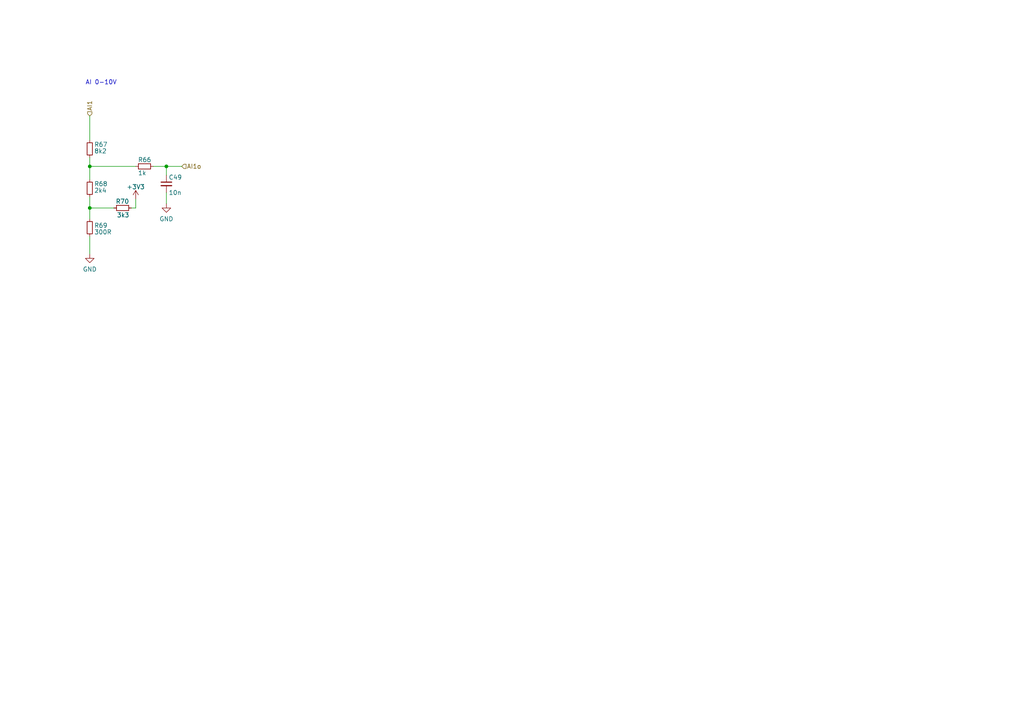
<source format=kicad_sch>
(kicad_sch (version 20230121) (generator eeschema)

  (uuid 6b053080-8fff-4f21-a1bd-37b07f131569)

  (paper "A4")

  (title_block
    (title "BSC")
    (date "2023-06-25")
    (rev "2.4.1")
  )

  (lib_symbols
    (symbol "Device:C_Small" (pin_numbers hide) (pin_names (offset 0.254) hide) (in_bom yes) (on_board yes)
      (property "Reference" "C" (at 0.254 1.778 0)
        (effects (font (size 1.27 1.27)) (justify left))
      )
      (property "Value" "C_Small" (at 0.254 -2.032 0)
        (effects (font (size 1.27 1.27)) (justify left))
      )
      (property "Footprint" "" (at 0 0 0)
        (effects (font (size 1.27 1.27)) hide)
      )
      (property "Datasheet" "~" (at 0 0 0)
        (effects (font (size 1.27 1.27)) hide)
      )
      (property "ki_keywords" "capacitor cap" (at 0 0 0)
        (effects (font (size 1.27 1.27)) hide)
      )
      (property "ki_description" "Unpolarized capacitor, small symbol" (at 0 0 0)
        (effects (font (size 1.27 1.27)) hide)
      )
      (property "ki_fp_filters" "C_*" (at 0 0 0)
        (effects (font (size 1.27 1.27)) hide)
      )
      (symbol "C_Small_0_1"
        (polyline
          (pts
            (xy -1.524 -0.508)
            (xy 1.524 -0.508)
          )
          (stroke (width 0.3302) (type default))
          (fill (type none))
        )
        (polyline
          (pts
            (xy -1.524 0.508)
            (xy 1.524 0.508)
          )
          (stroke (width 0.3048) (type default))
          (fill (type none))
        )
      )
      (symbol "C_Small_1_1"
        (pin passive line (at 0 2.54 270) (length 2.032)
          (name "~" (effects (font (size 1.27 1.27))))
          (number "1" (effects (font (size 1.27 1.27))))
        )
        (pin passive line (at 0 -2.54 90) (length 2.032)
          (name "~" (effects (font (size 1.27 1.27))))
          (number "2" (effects (font (size 1.27 1.27))))
        )
      )
    )
    (symbol "Device:R_Small" (pin_numbers hide) (pin_names (offset 0.254) hide) (in_bom yes) (on_board yes)
      (property "Reference" "R" (at 0.762 0.508 0)
        (effects (font (size 1.27 1.27)) (justify left))
      )
      (property "Value" "R_Small" (at 0.762 -1.016 0)
        (effects (font (size 1.27 1.27)) (justify left))
      )
      (property "Footprint" "" (at 0 0 0)
        (effects (font (size 1.27 1.27)) hide)
      )
      (property "Datasheet" "~" (at 0 0 0)
        (effects (font (size 1.27 1.27)) hide)
      )
      (property "ki_keywords" "R resistor" (at 0 0 0)
        (effects (font (size 1.27 1.27)) hide)
      )
      (property "ki_description" "Resistor, small symbol" (at 0 0 0)
        (effects (font (size 1.27 1.27)) hide)
      )
      (property "ki_fp_filters" "R_*" (at 0 0 0)
        (effects (font (size 1.27 1.27)) hide)
      )
      (symbol "R_Small_0_1"
        (rectangle (start -0.762 1.778) (end 0.762 -1.778)
          (stroke (width 0.2032) (type default))
          (fill (type none))
        )
      )
      (symbol "R_Small_1_1"
        (pin passive line (at 0 2.54 270) (length 0.762)
          (name "~" (effects (font (size 1.27 1.27))))
          (number "1" (effects (font (size 1.27 1.27))))
        )
        (pin passive line (at 0 -2.54 90) (length 0.762)
          (name "~" (effects (font (size 1.27 1.27))))
          (number "2" (effects (font (size 1.27 1.27))))
        )
      )
    )
    (symbol "power:+3V3" (power) (pin_names (offset 0)) (in_bom yes) (on_board yes)
      (property "Reference" "#PWR" (at 0 -3.81 0)
        (effects (font (size 1.27 1.27)) hide)
      )
      (property "Value" "+3V3" (at 0 3.556 0)
        (effects (font (size 1.27 1.27)))
      )
      (property "Footprint" "" (at 0 0 0)
        (effects (font (size 1.27 1.27)) hide)
      )
      (property "Datasheet" "" (at 0 0 0)
        (effects (font (size 1.27 1.27)) hide)
      )
      (property "ki_keywords" "power-flag" (at 0 0 0)
        (effects (font (size 1.27 1.27)) hide)
      )
      (property "ki_description" "Power symbol creates a global label with name \"+3V3\"" (at 0 0 0)
        (effects (font (size 1.27 1.27)) hide)
      )
      (symbol "+3V3_0_1"
        (polyline
          (pts
            (xy -0.762 1.27)
            (xy 0 2.54)
          )
          (stroke (width 0) (type default))
          (fill (type none))
        )
        (polyline
          (pts
            (xy 0 0)
            (xy 0 2.54)
          )
          (stroke (width 0) (type default))
          (fill (type none))
        )
        (polyline
          (pts
            (xy 0 2.54)
            (xy 0.762 1.27)
          )
          (stroke (width 0) (type default))
          (fill (type none))
        )
      )
      (symbol "+3V3_1_1"
        (pin power_in line (at 0 0 90) (length 0) hide
          (name "+3V3" (effects (font (size 1.27 1.27))))
          (number "1" (effects (font (size 1.27 1.27))))
        )
      )
    )
    (symbol "power:GND" (power) (pin_names (offset 0)) (in_bom yes) (on_board yes)
      (property "Reference" "#PWR" (at 0 -6.35 0)
        (effects (font (size 1.27 1.27)) hide)
      )
      (property "Value" "GND" (at 0 -3.81 0)
        (effects (font (size 1.27 1.27)))
      )
      (property "Footprint" "" (at 0 0 0)
        (effects (font (size 1.27 1.27)) hide)
      )
      (property "Datasheet" "" (at 0 0 0)
        (effects (font (size 1.27 1.27)) hide)
      )
      (property "ki_keywords" "power-flag" (at 0 0 0)
        (effects (font (size 1.27 1.27)) hide)
      )
      (property "ki_description" "Power symbol creates a global label with name \"GND\" , ground" (at 0 0 0)
        (effects (font (size 1.27 1.27)) hide)
      )
      (symbol "GND_0_1"
        (polyline
          (pts
            (xy 0 0)
            (xy 0 -1.27)
            (xy 1.27 -1.27)
            (xy 0 -2.54)
            (xy -1.27 -1.27)
            (xy 0 -1.27)
          )
          (stroke (width 0) (type default))
          (fill (type none))
        )
      )
      (symbol "GND_1_1"
        (pin power_in line (at 0 0 270) (length 0) hide
          (name "GND" (effects (font (size 1.27 1.27))))
          (number "1" (effects (font (size 1.27 1.27))))
        )
      )
    )
  )

  (junction (at 48.26 48.26) (diameter 0) (color 0 0 0 0)
    (uuid 8de30114-9754-44fe-9338-458b3613d63f)
  )
  (junction (at 26.035 48.26) (diameter 0) (color 0 0 0 0)
    (uuid b7b01f32-4c82-43e9-808f-edb9fa800f12)
  )
  (junction (at 26.035 60.325) (diameter 0) (color 0 0 0 0)
    (uuid db3a8226-23b5-4c07-855b-eabdf97cf4ef)
  )

  (wire (pts (xy 26.035 48.26) (xy 26.035 52.07))
    (stroke (width 0) (type default))
    (uuid 03c99803-46a1-42c8-8550-711ce93971b6)
  )
  (wire (pts (xy 38.1 60.325) (xy 39.37 60.325))
    (stroke (width 0) (type default))
    (uuid 0c407dea-b82f-40f8-98eb-9bd669f091c2)
  )
  (wire (pts (xy 26.035 45.72) (xy 26.035 48.26))
    (stroke (width 0) (type default))
    (uuid 19853f6a-fa04-40e8-b093-3e7e4285d454)
  )
  (wire (pts (xy 26.035 48.26) (xy 39.37 48.26))
    (stroke (width 0) (type default))
    (uuid 1c300e9a-c0b3-42a4-b777-eaf865bb2b59)
  )
  (wire (pts (xy 26.035 60.325) (xy 26.035 63.5))
    (stroke (width 0) (type default))
    (uuid 27bbb8fd-0d5f-4218-b3e3-44249ffa1847)
  )
  (wire (pts (xy 44.45 48.26) (xy 48.26 48.26))
    (stroke (width 0) (type default))
    (uuid 33714af0-63d4-4cbe-b783-bcc742cdf110)
  )
  (wire (pts (xy 26.035 68.58) (xy 26.035 73.66))
    (stroke (width 0) (type default))
    (uuid 48d2cdee-1fb0-428b-aa2c-91e640132c9c)
  )
  (wire (pts (xy 48.26 48.26) (xy 52.705 48.26))
    (stroke (width 0) (type default))
    (uuid 50431337-aa65-4662-89a3-1dd131d4080d)
  )
  (wire (pts (xy 26.035 57.15) (xy 26.035 60.325))
    (stroke (width 0) (type default))
    (uuid 82a91a77-5035-45fb-b074-426edd54644f)
  )
  (wire (pts (xy 26.035 60.325) (xy 33.02 60.325))
    (stroke (width 0) (type default))
    (uuid 91fcfcbf-eee2-4a79-aeb5-6bbdbacaa957)
  )
  (wire (pts (xy 26.035 33.655) (xy 26.035 40.64))
    (stroke (width 0) (type default))
    (uuid a35be4cb-149a-4dbb-87ad-c2760e574abb)
  )
  (wire (pts (xy 48.26 55.88) (xy 48.26 59.055))
    (stroke (width 0) (type default))
    (uuid bc9ddbbb-77f3-4a1b-b9ee-c7f54020bf0f)
  )
  (wire (pts (xy 48.26 48.26) (xy 48.26 50.8))
    (stroke (width 0) (type default))
    (uuid cfcd3200-7b80-4ef8-be65-59a70266e5cd)
  )
  (wire (pts (xy 39.37 60.325) (xy 39.37 57.785))
    (stroke (width 0) (type default))
    (uuid ef4f8861-646e-4a2e-9d79-aebf86d08a16)
  )

  (text "AI 0-10V" (at 24.765 24.765 0)
    (effects (font (size 1.27 1.27)) (justify left bottom))
    (uuid 3d84ffe6-d14a-4d5e-9d0a-068aa4733a0b)
  )

  (hierarchical_label "AI1o" (shape input) (at 52.705 48.26 0) (fields_autoplaced)
    (effects (font (size 1.27 1.27)) (justify left))
    (uuid 2aec7d8e-f5c8-4429-ade6-841b3a0c8a37)
  )
  (hierarchical_label "AI1" (shape input) (at 26.035 33.655 90) (fields_autoplaced)
    (effects (font (size 1.27 1.27)) (justify left))
    (uuid aebef656-41f5-45fc-850c-19c8b5b04939)
  )

  (symbol (lib_id "Device:R_Small") (at 41.91 48.26 270) (unit 1)
    (in_bom yes) (on_board yes) (dnp no)
    (uuid 00e88443-2057-4d81-b8da-d0e4d88fa1a4)
    (property "Reference" "R66" (at 40.005 46.355 90)
      (effects (font (size 1.27 1.27)) (justify left))
    )
    (property "Value" "1k" (at 40.005 50.165 90)
      (effects (font (size 1.27 1.27)) (justify left))
    )
    (property "Footprint" "Resistor_SMD:R_0603_1608Metric" (at 41.91 48.26 0)
      (effects (font (size 1.27 1.27)) hide)
    )
    (property "Datasheet" "~" (at 41.91 48.26 0)
      (effects (font (size 1.27 1.27)) hide)
    )
    (pin "1" (uuid cf6b6a65-7816-4a3d-8c8c-54b04d392ae5))
    (pin "2" (uuid 9ace91c9-13a6-490f-bbff-869df4cd039c))
    (instances
      (project "bsc"
        (path "/e63e39d7-6ac0-4ffd-8aa3-1841a4541b55/4cdc2094-e0b8-4fa3-897a-4b8056196d05"
          (reference "R66") (unit 1)
        )
      )
    )
  )

  (symbol (lib_id "power:GND") (at 26.035 73.66 0) (unit 1)
    (in_bom yes) (on_board yes) (dnp no)
    (uuid 2383cc57-c4ba-46d8-b4fb-bcd03c7f534d)
    (property "Reference" "#PWR0114" (at 26.035 80.01 0)
      (effects (font (size 1.27 1.27)) hide)
    )
    (property "Value" "GND" (at 26.035 78.1034 0)
      (effects (font (size 1.27 1.27)))
    )
    (property "Footprint" "" (at 26.035 73.66 0)
      (effects (font (size 1.27 1.27)) hide)
    )
    (property "Datasheet" "" (at 26.035 73.66 0)
      (effects (font (size 1.27 1.27)) hide)
    )
    (pin "1" (uuid f2a71de0-5ddb-485e-b871-97cbb7e1d23c))
    (instances
      (project "bsc"
        (path "/e63e39d7-6ac0-4ffd-8aa3-1841a4541b55/4cdc2094-e0b8-4fa3-897a-4b8056196d05"
          (reference "#PWR0114") (unit 1)
        )
      )
    )
  )

  (symbol (lib_id "Device:R_Small") (at 26.035 43.18 0) (unit 1)
    (in_bom yes) (on_board yes) (dnp no)
    (uuid 2892e5f6-34e2-4597-89e8-f52184468d69)
    (property "Reference" "R67" (at 27.305 41.91 0)
      (effects (font (size 1.27 1.27)) (justify left))
    )
    (property "Value" "8k2" (at 27.305 43.815 0)
      (effects (font (size 1.27 1.27)) (justify left))
    )
    (property "Footprint" "Resistor_SMD:R_0603_1608Metric" (at 26.035 43.18 0)
      (effects (font (size 1.27 1.27)) hide)
    )
    (property "Datasheet" "~" (at 26.035 43.18 0)
      (effects (font (size 1.27 1.27)) hide)
    )
    (pin "1" (uuid a3ba5fab-3d99-4944-bdab-40147794366f))
    (pin "2" (uuid a733ee21-b524-407c-a4f9-d44cb7d8cb56))
    (instances
      (project "bsc"
        (path "/e63e39d7-6ac0-4ffd-8aa3-1841a4541b55/4cdc2094-e0b8-4fa3-897a-4b8056196d05"
          (reference "R67") (unit 1)
        )
      )
    )
  )

  (symbol (lib_id "Device:R_Small") (at 35.56 60.325 90) (unit 1)
    (in_bom yes) (on_board yes) (dnp no)
    (uuid 2c4cfe9c-93a1-46e4-966d-914c5a038fb7)
    (property "Reference" "R70" (at 37.465 58.42 90)
      (effects (font (size 1.27 1.27)) (justify left))
    )
    (property "Value" "3k3" (at 37.5377 62.3749 90)
      (effects (font (size 1.27 1.27)) (justify left))
    )
    (property "Footprint" "Resistor_SMD:R_0603_1608Metric" (at 35.56 60.325 0)
      (effects (font (size 1.27 1.27)) hide)
    )
    (property "Datasheet" "~" (at 35.56 60.325 0)
      (effects (font (size 1.27 1.27)) hide)
    )
    (pin "1" (uuid 7c07ad76-f7eb-43f2-a2cd-5e6e17a0e261))
    (pin "2" (uuid 33c85355-3153-4b28-b2d7-83079eb73e9e))
    (instances
      (project "bsc"
        (path "/e63e39d7-6ac0-4ffd-8aa3-1841a4541b55/4cdc2094-e0b8-4fa3-897a-4b8056196d05"
          (reference "R70") (unit 1)
        )
      )
    )
  )

  (symbol (lib_id "Device:R_Small") (at 26.035 66.04 0) (unit 1)
    (in_bom yes) (on_board yes) (dnp no)
    (uuid 55b7cd0b-d2c5-42bc-9c73-3d9bc5e05b57)
    (property "Reference" "R69" (at 27.305 65.405 0)
      (effects (font (size 1.27 1.27)) (justify left))
    )
    (property "Value" "300R" (at 27.305 67.31 0)
      (effects (font (size 1.27 1.27)) (justify left))
    )
    (property "Footprint" "Resistor_SMD:R_0603_1608Metric" (at 26.035 66.04 0)
      (effects (font (size 1.27 1.27)) hide)
    )
    (property "Datasheet" "~" (at 26.035 66.04 0)
      (effects (font (size 1.27 1.27)) hide)
    )
    (pin "1" (uuid abf6417e-1b25-4ca4-aaaa-c4d16d64cdc4))
    (pin "2" (uuid d98a8a65-59d9-4ba0-ac10-0b923d09bae0))
    (instances
      (project "bsc"
        (path "/e63e39d7-6ac0-4ffd-8aa3-1841a4541b55/4cdc2094-e0b8-4fa3-897a-4b8056196d05"
          (reference "R69") (unit 1)
        )
      )
    )
  )

  (symbol (lib_id "Device:R_Small") (at 26.035 54.61 0) (unit 1)
    (in_bom yes) (on_board yes) (dnp no)
    (uuid 85593107-a8b8-481d-9d45-e674205fe0e2)
    (property "Reference" "R68" (at 27.305 53.34 0)
      (effects (font (size 1.27 1.27)) (justify left))
    )
    (property "Value" "2k4" (at 27.305 55.245 0)
      (effects (font (size 1.27 1.27)) (justify left))
    )
    (property "Footprint" "Resistor_SMD:R_0603_1608Metric" (at 26.035 54.61 0)
      (effects (font (size 1.27 1.27)) hide)
    )
    (property "Datasheet" "~" (at 26.035 54.61 0)
      (effects (font (size 1.27 1.27)) hide)
    )
    (pin "1" (uuid a00ce615-351b-4248-9e55-03d9ffe1ba68))
    (pin "2" (uuid ad90937a-520e-48d8-ad63-ff08272f96fb))
    (instances
      (project "bsc"
        (path "/e63e39d7-6ac0-4ffd-8aa3-1841a4541b55/4cdc2094-e0b8-4fa3-897a-4b8056196d05"
          (reference "R68") (unit 1)
        )
      )
    )
  )

  (symbol (lib_id "Device:C_Small") (at 48.26 53.34 0) (unit 1)
    (in_bom yes) (on_board yes) (dnp no)
    (uuid 8ff20e8a-5359-417a-a142-8350da8ecf5e)
    (property "Reference" "C49" (at 48.895 51.435 0)
      (effects (font (size 1.27 1.27)) (justify left))
    )
    (property "Value" "10n" (at 48.895 55.88 0)
      (effects (font (size 1.27 1.27)) (justify left))
    )
    (property "Footprint" "Capacitor_SMD:C_0603_1608Metric" (at 48.26 53.34 0)
      (effects (font (size 1.27 1.27)) hide)
    )
    (property "Datasheet" "~" (at 48.26 53.34 0)
      (effects (font (size 1.27 1.27)) hide)
    )
    (pin "1" (uuid 92d2b252-deec-40e4-8f67-151a30678cff))
    (pin "2" (uuid e033167c-e53c-4535-8214-f8b33eef7029))
    (instances
      (project "bsc"
        (path "/e63e39d7-6ac0-4ffd-8aa3-1841a4541b55/4cdc2094-e0b8-4fa3-897a-4b8056196d05"
          (reference "C49") (unit 1)
        )
      )
    )
  )

  (symbol (lib_id "power:+3V3") (at 39.37 57.785 0) (unit 1)
    (in_bom yes) (on_board yes) (dnp no) (fields_autoplaced)
    (uuid b00f0485-e163-4851-8d04-1146a1ae8f92)
    (property "Reference" "#PWR08" (at 39.37 61.595 0)
      (effects (font (size 1.27 1.27)) hide)
    )
    (property "Value" "+3V3" (at 39.37 54.2092 0)
      (effects (font (size 1.27 1.27)))
    )
    (property "Footprint" "" (at 39.37 57.785 0)
      (effects (font (size 1.27 1.27)) hide)
    )
    (property "Datasheet" "" (at 39.37 57.785 0)
      (effects (font (size 1.27 1.27)) hide)
    )
    (pin "1" (uuid a8ac667c-9b14-42fc-a427-9e87c8721238))
    (instances
      (project "bsc"
        (path "/e63e39d7-6ac0-4ffd-8aa3-1841a4541b55/4cdc2094-e0b8-4fa3-897a-4b8056196d05"
          (reference "#PWR08") (unit 1)
        )
      )
    )
  )

  (symbol (lib_id "power:GND") (at 48.26 59.055 0) (unit 1)
    (in_bom yes) (on_board yes) (dnp no)
    (uuid d79a4e37-d114-4b2c-8800-8c909025d89d)
    (property "Reference" "#PWR011" (at 48.26 65.405 0)
      (effects (font (size 1.27 1.27)) hide)
    )
    (property "Value" "GND" (at 48.26 63.4984 0)
      (effects (font (size 1.27 1.27)))
    )
    (property "Footprint" "" (at 48.26 59.055 0)
      (effects (font (size 1.27 1.27)) hide)
    )
    (property "Datasheet" "" (at 48.26 59.055 0)
      (effects (font (size 1.27 1.27)) hide)
    )
    (pin "1" (uuid ab1a9ae0-75eb-4683-9343-b8b1cb5464a4))
    (instances
      (project "bsc"
        (path "/e63e39d7-6ac0-4ffd-8aa3-1841a4541b55/4cdc2094-e0b8-4fa3-897a-4b8056196d05"
          (reference "#PWR011") (unit 1)
        )
      )
    )
  )
)

</source>
